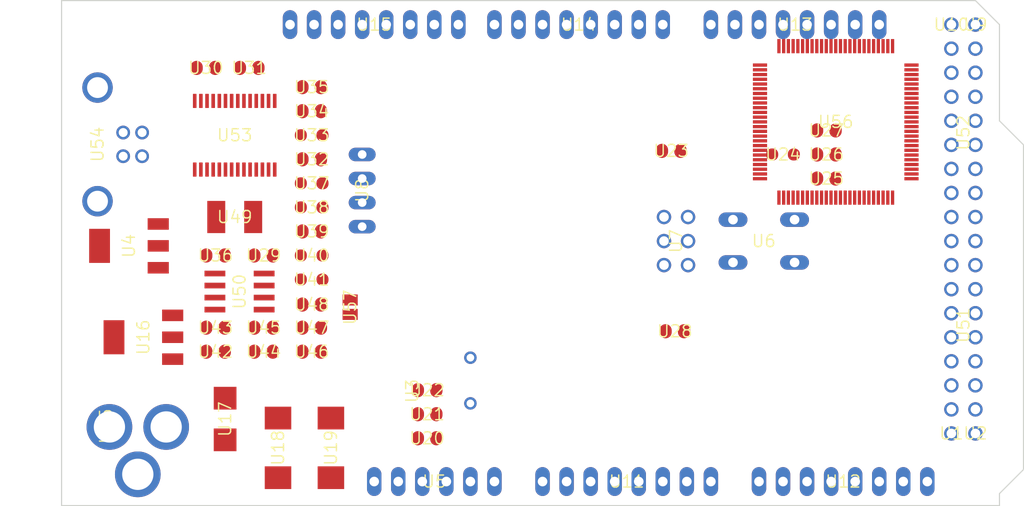
<source format=kicad_pcb>
(kicad_pcb (version 20221018) (generator pcbnew)
  (layers (0 "F.Cu" signal "Top") (31 "B.Cu" signal "Bottom") (34 "B.Paste" user) (35 "F.Paste" user) (36 "B.SilkS" user "B.Silkscreen") (37 "F.SilkS" user "F.Silkscreen") (38 "B.Mask" user) (39 "F.Mask" user) (44 "Edge.Cuts" user))
  (net 0 "")
  (net 1 "+5V")
  (net 2 "GND")
  (net 3 "N$6")
  (net 4 "N$7")
  (net 5 "AREF")
  (net 6 "RESET")
  (net 7 "VIN")
  (net 8 "N$3")
  (net 9 "PWRIN")
  (net 10 "M8RXD")
  (net 11 "M8TXD")
  (net 12 "ADC0")
  (net 13 "ADC2")
  (net 14 "ADC1")
  (net 15 "ADC3")
  (net 16 "ADC4")
  (net 17 "ADC5")
  (net 18 "ADC6")
  (net 19 "ADC7")
  (net 20 "+3V3")
  (net 21 "SDA")
  (net 22 "SCL")
  (net 23 "ADC9")
  (net 24 "ADC8")
  (net 25 "ADC10")
  (net 26 "ADC11")
  (net 27 "ADC12")
  (net 28 "ADC13")
  (net 29 "ADC14")
  (net 30 "ADC15")
  (net 31 "PB3")
  (net 32 "PB2")
  (net 33 "PB1")
  (net 34 "PB5")
  (net 35 "PB4")
  (net 36 "PE5")
  (net 37 "PE4")
  (net 38 "PE3")
  (net 39 "PE1")
  (net 40 "PE0")
  (net 41 "N$15")
  (net 42 "N$53")
  (net 43 "N$54")
  (net 44 "N$55")
  (net 45 "D-")
  (net 46 "D+")
  (net 47 "N$60")
  (net 48 "DTR")
  (net 49 "USBVCC")
  (net 50 "N$2")
  (net 51 "N$4")
  (net 52 "GATE_CMD")
  (net 53 "CMP")
  (net 54 "PB6")
  (net 55 "PH3")
  (net 56 "PH4")
  (net 57 "PH5")
  (net 58 "PH6")
  (net 59 "PG5")
  (net 60 "RXD1")
  (net 61 "TXD1")
  (net 62 "RXD2")
  (net 63 "RXD3")
  (net 64 "TXD2")
  (net 65 "TXD3")
  (net 66 "PC0")
  (net 67 "PC1")
  (net 68 "PC2")
  (net 69 "PC3")
  (net 70 "PC4")
  (net 71 "PC5")
  (net 72 "PC6")
  (net 73 "PC7")
  (net 74 "PB0")
  (net 75 "PG0")
  (net 76 "PG1")
  (net 77 "PG2")
  (net 78 "PD7")
  (net 79 "PA0")
  (net 80 "PA1")
  (net 81 "PA2")
  (net 82 "PA3")
  (net 83 "PA4")
  (net 84 "PA5")
  (net 85 "PA6")
  (net 86 "PA7")
  (net 87 "PL0")
  (net 88 "PL1")
  (net 89 "PL2")
  (net 90 "PL3")
  (net 91 "PL4")
  (net 92 "PL5")
  (net 93 "PL6")
  (net 94 "PL7")
  (net 95 "PB7")
  (net 96 "CTS")
  (net 97 "DSR")
  (net 98 "DCD")
  (net 99 "RI")
  (footprint "Arduino_MEGA_Reference_Design:2X03" (layer "F.Cu") (at 162.5981 103.7336 -90)
    (fp_text reference "U7")
    (fp_text value "")
  )
  (footprint "Arduino_MEGA_Reference_Design:1X08" (layer "F.Cu") (at 152.3111 80.8736 180)
    (fp_text reference "U14")
    (fp_text value "")
  )
  (footprint "Arduino_MEGA_Reference_Design:1X08" (layer "F.Cu") (at 130.7211 80.8736 180)
    (fp_text reference "U15")
    (fp_text value "")
  )
  (footprint "Arduino_MEGA_Reference_Design:SMC_D" (layer "F.Cu") (at 120.5611 125.5776 -90)
    (fp_text reference "U18")
    (fp_text value "")
  )
  (footprint "Arduino_MEGA_Reference_Design:SMC_D" (layer "F.Cu") (at 126.1491 125.5776 -90)
    (fp_text reference "U19")
    (fp_text value "")
  )
  (footprint "Arduino_MEGA_Reference_Design:B3F-10XX" (layer "F.Cu") (at 171.8691 103.7336 180)
    (fp_text reference "U6")
    (fp_text value "")
  )
  (footprint "Arduino_MEGA_Reference_Design:0805RND" (layer "F.Cu") (at 173.9011 94.5896 180)
    (fp_text reference "U24")
    (fp_text value "")
  )
  (footprint "Arduino_MEGA_Reference_Design:SMB" (layer "F.Cu") (at 114.9731 122.5296 -90)
    (fp_text reference "U17")
    (fp_text value "")
  )
  (footprint "Arduino_MEGA_Reference_Design:DC-21MM" (layer "F.Cu") (at 103.0351 123.2916 90)
    (fp_text reference "U55")
    (fp_text value "")
  )
  (footprint "Arduino_MEGA_Reference_Design:HC49_S" (layer "F.Cu") (at 140.8811 118.4656 90)
    (fp_text reference "U3")
    (fp_text value "")
  )
  (footprint "Arduino_MEGA_Reference_Design:SOT223" (layer "F.Cu") (at 106.3371 113.8936 90)
    (fp_text reference "U16")
    (fp_text value "")
  )
  (footprint "Arduino_MEGA_Reference_Design:1X06" (layer "F.Cu") (at 137.0711 129.1336)
    (fp_text reference "U5")
    (fp_text value "")
  )
  (footprint "Arduino_MEGA_Reference_Design:C0805RND" (layer "F.Cu") (at 124.1171 87.4776)
    (fp_text reference "U35")
    (fp_text value "")
  )
  (footprint "Arduino_MEGA_Reference_Design:C0805RND" (layer "F.Cu") (at 162.4711 113.2586)
    (fp_text reference "U28")
    (fp_text value "")
  )
  (footprint "Arduino_MEGA_Reference_Design:C0805RND" (layer "F.Cu") (at 136.3091 122.0216)
    (fp_text reference "U21")
    (fp_text value "")
  )
  (footprint "Arduino_MEGA_Reference_Design:C0805RND" (layer "F.Cu") (at 136.3091 119.4816)
    (fp_text reference "U22")
    (fp_text value "")
  )
  (footprint "Arduino_MEGA_Reference_Design:C0805RND" (layer "F.Cu") (at 113.9571 112.8776)
    (fp_text reference "U43")
    (fp_text value "")
  )
  (footprint "Arduino_MEGA_Reference_Design:RCL_0805RND" (layer "F.Cu") (at 124.1171 105.2576)
    (fp_text reference "U40")
    (fp_text value "")
  )
  (footprint "Arduino_MEGA_Reference_Design:RCL_0805RND" (layer "F.Cu") (at 124.1171 107.7976)
    (fp_text reference "U41")
    (fp_text value "")
  )
  (footprint "Arduino_MEGA_Reference_Design:1X08" (layer "F.Cu") (at 157.3911 129.1336)
    (fp_text reference "U11")
    (fp_text value "")
  )
  (footprint "Arduino_MEGA_Reference_Design:1X08" (layer "F.Cu") (at 175.1711 80.8736 180)
    (fp_text reference "U13")
    (fp_text value "")
  )
  (footprint "Arduino_MEGA_Reference_Design:R0805RND" (layer "F.Cu") (at 178.4731 94.5896 180)
    (fp_text reference "U26")
    (fp_text value "")
  )
  (footprint "Arduino_MEGA_Reference_Design:R0805RND" (layer "F.Cu") (at 178.4731 92.0496 180)
    (fp_text reference "U27")
    (fp_text value "")
  )
  (footprint "Arduino_MEGA_Reference_Design:TQFP100" (layer "F.Cu") (at 179.46774291992188 91.14759826660156 0)
    (fp_text reference "U56")
    (fp_text value "")
  )
  (footprint "Arduino_MEGA_Reference_Design:C0805RND" (layer "F.Cu") (at 162.0901 94.2086 180)
    (fp_text reference "U23")
    (fp_text value "")
  )
  (footprint "Arduino_MEGA_Reference_Design:C0805RND" (layer "F.Cu") (at 136.3091 124.5616)
    (fp_text reference "U20")
    (fp_text value "")
  )
  (footprint "Arduino_MEGA_Reference_Design:1X08" (layer "F.Cu") (at 180.2511 129.1336)
    (fp_text reference "U12")
    (fp_text value "")
  )
  (footprint "Arduino_MEGA_Reference_Design:R0805RND" (layer "F.Cu") (at 124.1171 112.8776)
    (fp_text reference "U47")
    (fp_text value "")
  )
  (footprint "Arduino_MEGA_Reference_Design:C0805RND" (layer "F.Cu") (at 124.1171 115.4176)
    (fp_text reference "U46")
    (fp_text value "")
  )
  (footprint "Arduino_MEGA_Reference_Design:C0805RND" (layer "F.Cu") (at 113.9571 105.2576)
    (fp_text reference "U36")
    (fp_text value "")
  )
  (footprint "Arduino_MEGA_Reference_Design:C0805RND" (layer "F.Cu") (at 112.9411 85.4456)
    (fp_text reference "U30")
    (fp_text value "")
  )
  (footprint "Arduino_MEGA_Reference_Design:0805RND" (layer "F.Cu") (at 124.1171 100.1776 180)
    (fp_text reference "U38")
    (fp_text value "")
  )
  (footprint "Arduino_MEGA_Reference_Design:0805RND" (layer "F.Cu") (at 124.1171 97.6376 180)
    (fp_text reference "U37")
    (fp_text value "")
  )
  (footprint "Arduino_MEGA_Reference_Design:R0805RND" (layer "F.Cu") (at 124.1171 95.0976)
    (fp_text reference "U32")
    (fp_text value "")
  )
  (footprint "Arduino_MEGA_Reference_Design:R0805RND" (layer "F.Cu") (at 124.1171 102.7176)
    (fp_text reference "U39")
    (fp_text value "")
  )
  (footprint "Arduino_MEGA_Reference_Design:SSOP28" (layer "F.Cu") (at 115.9891 92.5576)
    (fp_text reference "U53")
    (fp_text value "")
  )
  (footprint "Arduino_MEGA_Reference_Design:PN61729" (layer "F.Cu") (at 98.9584 93.5228 -90)
    (fp_text reference "U54")
    (fp_text value "")
  )
  (footprint "Arduino_MEGA_Reference_Design:L1812" (layer "F.Cu") (at 115.9891 101.1936)
    (fp_text reference "U49")
    (fp_text value "")
  )
  (footprint "Arduino_MEGA_Reference_Design:C0805RND" (layer "F.Cu") (at 117.5131 85.4456)
    (fp_text reference "U31")
    (fp_text value "")
  )
  (footprint "Arduino_MEGA_Reference_Design:0805RND" (layer "F.Cu") (at 124.1171 92.5576 180)
    (fp_text reference "U33")
    (fp_text value "")
  )
  (footprint "Arduino_MEGA_Reference_Design:R0805RND" (layer "F.Cu") (at 124.1171 90.0176 180)
    (fp_text reference "U34")
    (fp_text value "")
  )
  (footprint "Arduino_MEGA_Reference_Design:C0805RND" (layer "F.Cu") (at 124.1171 110.4392 180)
    (fp_text reference "U48")
    (fp_text value "")
  )
  (footprint "Arduino_MEGA_Reference_Design:SOT223" (layer "F.Cu") (at 104.8131 104.2416 90)
    (fp_text reference "U4")
    (fp_text value "")
  )
  (footprint "Arduino_MEGA_Reference_Design:SO08" (layer "F.Cu") (at 116.4971 109.0676 -90)
    (fp_text reference "U50")
    (fp_text value "")
  )
  (footprint "Arduino_MEGA_Reference_Design:R0805RND" (layer "F.Cu") (at 113.9571 115.4176 180)
    (fp_text reference "U42")
    (fp_text value "")
  )
  (footprint "Arduino_MEGA_Reference_Design:R0805RND" (layer "F.Cu") (at 119.0371 112.8776 180)
    (fp_text reference "U45")
    (fp_text value "")
  )
  (footprint "Arduino_MEGA_Reference_Design:C0805RND" (layer "F.Cu") (at 119.0371 115.4176 180)
    (fp_text reference "U44")
    (fp_text value "")
  )
  (footprint "Arduino_MEGA_Reference_Design:C0805RND" (layer "F.Cu") (at 119.0371 105.2576)
    (fp_text reference "U29")
    (fp_text value "")
  )
  (footprint "Arduino_MEGA_Reference_Design:2X08" (layer "F.Cu") (at 192.9511 92.3036 90)
    (fp_text reference "U52")
    (fp_text value "")
  )
  (footprint "Arduino_MEGA_Reference_Design:2X08" (layer "F.Cu") (at 192.9511 112.6236 90)
    (fp_text reference "U51")
    (fp_text value "")
  )
  (footprint "Arduino_MEGA_Reference_Design:R0805RND" (layer "F.Cu") (at 178.4731 97.1296 180)
    (fp_text reference "U25")
    (fp_text value "")
  )
  (footprint "Arduino_MEGA_Reference_Design:1X01" (layer "F.Cu") (at 191.6811 80.8736)
    (fp_text reference "U10")
    (fp_text value "")
  )
  (footprint "Arduino_MEGA_Reference_Design:1X01" (layer "F.Cu") (at 194.2211 80.8736)
    (fp_text reference "U9")
    (fp_text value "")
  )
  (footprint "Arduino_MEGA_Reference_Design:1X01" (layer "F.Cu") (at 191.6811 124.0536)
    (fp_text reference "U1")
    (fp_text value "")
  )
  (footprint "Arduino_MEGA_Reference_Design:1X01" (layer "F.Cu") (at 194.2211 124.0536)
    (fp_text reference "U2")
    (fp_text value "")
  )
  (footprint "Arduino_MEGA_Reference_Design:SJ" (layer "F.Cu") (at 128.1811 110.7186 -90)
    (fp_text reference "U57")
    (fp_text value "")
  )
  (footprint "Arduino_MEGA_Reference_Design:JP4" (layer "F.Cu") (at 129.4511 98.3996 -90)
    (fp_text reference "U8")
    (fp_text value "")
  )
  (gr_line (start 196.7611 80.8736) (end 196.7611 91.0336) (layer "Edge.Cuts") (width 0.12))
  (gr_line (start 196.7611 130.4036) (end 196.7611 131.6736) (layer "Edge.Cuts") (width 0.12))
  (gr_line (start 194.2211 78.3336) (end 196.7611 80.8736) (layer "Edge.Cuts") (width 0.12))
  (gr_line (start 97.7011 78.3336) (end 194.2211 78.3336) (layer "Edge.Cuts") (width 0.12))
  (gr_line (start 196.7611 91.0336) (end 199.3011 93.5736) (layer "Edge.Cuts") (width 0.12))
  (gr_line (start 97.7011 131.6736) (end 97.7011 78.3336) (layer "Edge.Cuts") (width 0.12))
  (gr_line (start 196.7611 131.6736) (end 97.7011 131.6736) (layer "Edge.Cuts") (width 0.12))
  (gr_line (start 199.3011 93.5736) (end 199.3011 127.8636) (layer "Edge.Cuts") (width 0.12))
  (gr_line (start 199.3011 127.8636) (end 196.7611 130.4036) (layer "Edge.Cuts") (width 0.12))
)
</source>
